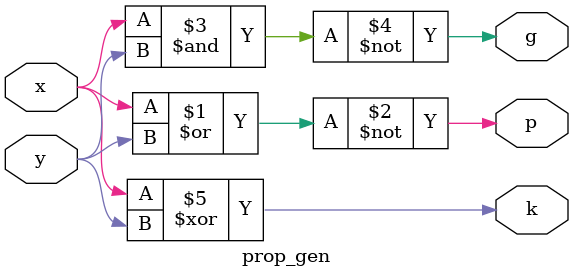
<source format=v>
`ifndef PROP_GEN_V
`define PROP_GEN_V

`timescale 1ns / 1ps

module prop_gen(x, y, p, g, k);

  input x, y;
  output p, g, k;

  nor nor_inst1(p, x, y);
  nand nand_inst1(g, x, y);
  xor xor_inst1(k, x, y);

endmodule
`endif

</source>
